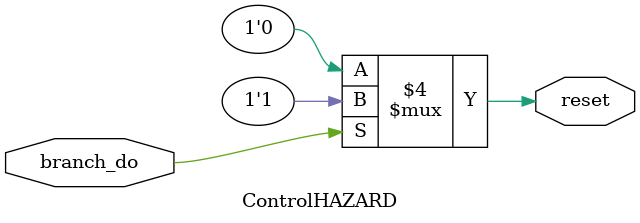
<source format=v>
`timescale 1ns / 1ps


module ControlHAZARD(
    input branch_do,

    output reg reset

    );

    always@(*)
    begin
        if(branch_do==1)
        reset=1;
        else
        reset=0;
    end
endmodule

</source>
